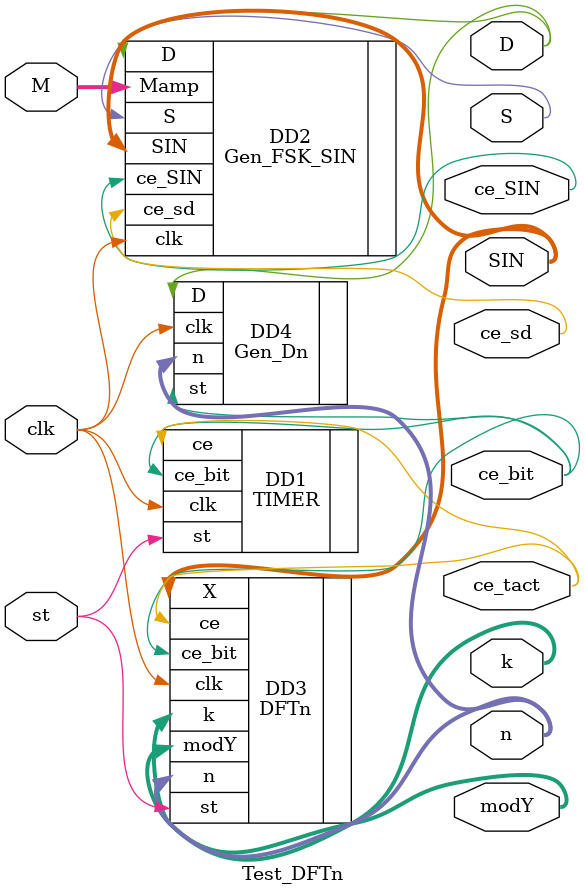
<source format=v>
module Test_DFTn( 			output wire S, //Çíàê ñèíóñîèäû
				input clk, 		output wire[11:0] SIN,//Ñèíóñîèäà
				input st, 		output wire ce_tact, //Ïåðèîä äèñêðåòèçàöèè DFT
				input[7:0]M, 	output wire ce_sd, //Ïåðèîä äèñêðåòèçàöèè ñèíóñîèäû
									output wire ce_SIN, //Ïåðèîä ñèíóñîèäû
									output wire ce_bit, //Ïåðèîä áèò
									output wire [10:0]modY,//Àìïëèòóäà ãàðìîíèêè
									output wire [6:0]k, //Àäðåñ ïîâîðîòíîãî ìíîæèòåëÿ, k=|k*n|modNP
									output wire D, //Áèò äàííûõ
									output wire [6:0]n		); //Íîìåð ãàðìîíèêè,
	//--Òàéìåð (ãåíåðàòîð òàêòîâ)
	TIMER DD1 (	.clk(clk), 	.ce(ce_tact), //(×àñòîòà ce_tact 100*Fbit=100*2200Hz=220kHz)
					.st(st), 	.ce_bit(ce_bit)); //(×àñòîòà ce_bit Fbit=2200Hz)
	//--Ãåíåðàòîð ñèãíàëà ñèíóñîèäû
	//--M - ìíîæèòåëü àìïëèòóäû (ïðè M=128 Amp=2000)
	//--D - óïðàâëåíèå ÷àñòîòîé (ïðè D=0 Fsin=2200Hz, ïðè D=1 Fsin=1200Hz)
	Gen_FSK_SIN DD2 (
		.clk(clk), 	.S(S),//S=1 sin>0
		.D(D), 		.SIN(SIN),
		.Mamp(M), 	.ce_SIN(ce_SIN), //
						.ce_sd(ce_sd)); //
	//--Âû÷èñëèòåëü àìïëèòóäû n-é ãàðìîíèêè
	DFTn DD3 (
		.X(SIN), 			.modY(modY),
		.ce(ce_tact), 		.k(k),
		.clk(clk),
		.st(st),
		.ce_bit(ce_bit),
		.n(n));
	//--Ãåíåðàòîð äàííûõ D=0,1 è íîìåðà ãàðìîíèêè n=1,2,...,99
	Gen_Dn DD4 (.st(ce_bit), 	.D(D),
					.clk(clk), 		.n(n));
endmodule
</source>
